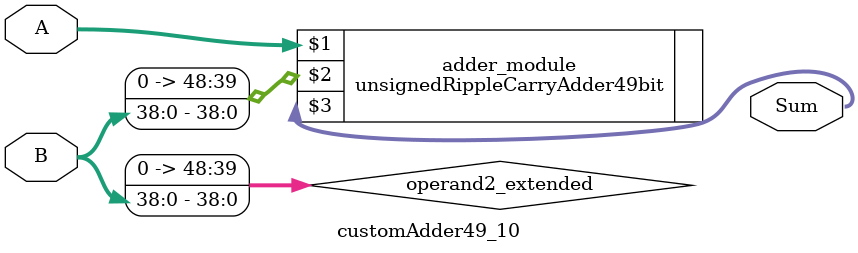
<source format=v>
module customAdder49_10(
                        input [48 : 0] A,
                        input [38 : 0] B,
                        
                        output [49 : 0] Sum
                );

        wire [48 : 0] operand2_extended;
        
        assign operand2_extended =  {10'b0, B};
        
        unsignedRippleCarryAdder49bit adder_module(
            A,
            operand2_extended,
            Sum
        );
        
        endmodule
        
</source>
